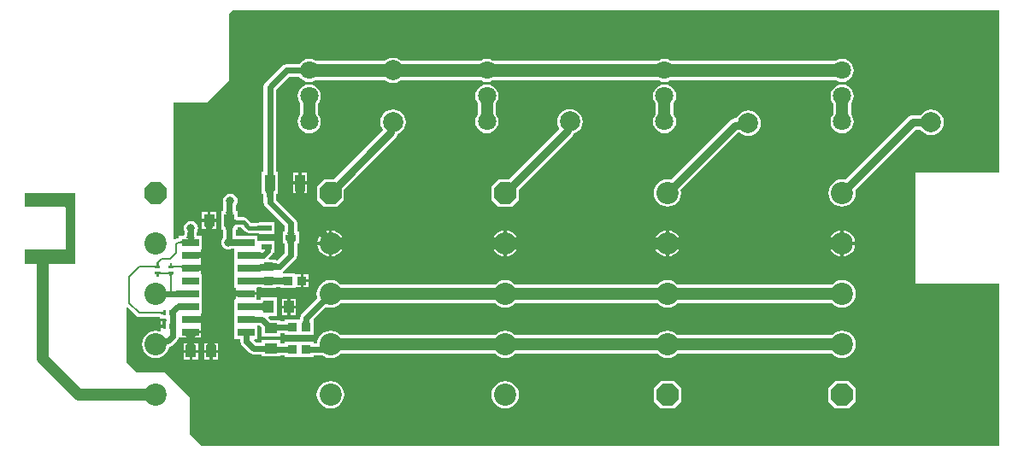
<source format=gbl>
G04*
G04 #@! TF.GenerationSoftware,Altium Limited,Altium Designer,20.2.7 (254)*
G04*
G04 Layer_Physical_Order=2*
G04 Layer_Color=16711680*
%FSLAX25Y25*%
%MOIN*%
G70*
G04*
G04 #@! TF.SameCoordinates,A70D1E75-91AA-4FD3-A19C-EF1787EBCA39*
G04*
G04*
G04 #@! TF.FilePolarity,Positive*
G04*
G01*
G75*
%ADD10C,0.00787*%
%ADD12C,0.01968*%
%ADD13R,0.03937X0.04921*%
%ADD15R,0.03937X0.06299*%
%ADD18R,0.03347X0.03347*%
%ADD19R,0.04921X0.03937*%
%ADD33C,0.03150*%
%ADD34C,0.02953*%
%ADD35C,0.02362*%
%ADD36C,0.01575*%
%ADD37C,0.04724*%
%ADD38C,0.07874*%
%ADD39P,0.09375X8X112.5*%
%ADD40C,0.08661*%
%ADD41C,0.07087*%
%ADD42C,0.03150*%
%ADD43R,0.03347X0.03347*%
%ADD44R,0.00984X0.01968*%
%ADD45R,0.01968X0.00984*%
%ADD46R,0.06575X0.02992*%
%ADD47R,0.03937X0.02362*%
%ADD48C,0.05118*%
G36*
X77768Y84557D02*
X77803Y84153D01*
X77862Y83797D01*
X77945Y83488D01*
X78051Y83227D01*
X78181Y83013D01*
X78335Y82847D01*
X78512Y82728D01*
X78713Y82657D01*
X78937Y82634D01*
X74213D01*
X74437Y82657D01*
X74638Y82728D01*
X74815Y82847D01*
X74968Y83013D01*
X75099Y83227D01*
X75205Y83488D01*
X75287Y83797D01*
X75346Y84153D01*
X75382Y84557D01*
X75394Y85008D01*
X77756D01*
X77768Y84557D01*
D02*
G37*
G36*
X75740Y80326D02*
X75634Y80410D01*
X75493Y80485D01*
X75317Y80551D01*
X75105Y80609D01*
X74859Y80657D01*
X74577Y80697D01*
X73908Y80750D01*
X73311Y80763D01*
Y80374D01*
X73303Y80449D01*
X73279Y80516D01*
X73239Y80575D01*
X73184Y80626D01*
X73112Y80669D01*
X73024Y80705D01*
X72920Y80732D01*
X72800Y80752D01*
X72664Y80764D01*
X72512Y80768D01*
Y81555D01*
X72664Y81559D01*
X72800Y81571D01*
X72920Y81590D01*
X73024Y81618D01*
X73112Y81653D01*
X73184Y81697D01*
X73239Y81748D01*
X73279Y81807D01*
X73303Y81874D01*
X73311Y81949D01*
Y81557D01*
X73521Y81559D01*
X74859Y81666D01*
X75105Y81714D01*
X75317Y81772D01*
X75493Y81838D01*
X75634Y81913D01*
X75740Y81997D01*
Y80326D01*
D02*
G37*
G36*
X392095Y108268D02*
X359449D01*
Y64961D01*
X392095D01*
Y1606D01*
X81072D01*
X76378Y6299D01*
Y20472D01*
X66535Y30315D01*
X55512D01*
X51575Y34252D01*
X51575Y55684D01*
X52075Y55891D01*
X55558Y52408D01*
X56078Y52060D01*
X56693Y51938D01*
X56693Y51938D01*
X64665D01*
Y51378D01*
X65730D01*
X65847Y51355D01*
X66831D01*
X67214Y51086D01*
X67222Y50697D01*
X66962Y50197D01*
X66929D01*
Y48425D01*
X66831D01*
Y47441D01*
X65847D01*
Y47835D01*
X65059D01*
Y46777D01*
X64665Y46399D01*
X64380Y46517D01*
X62992Y46699D01*
X61605Y46517D01*
X60312Y45981D01*
X59201Y45129D01*
X58350Y44019D01*
X57814Y42726D01*
X57631Y41339D01*
X57814Y39951D01*
X58350Y38658D01*
X59201Y37548D01*
X60312Y36696D01*
X61605Y36160D01*
X62992Y35978D01*
X64380Y36160D01*
X65672Y36696D01*
X66783Y37548D01*
X67635Y38658D01*
X68170Y39951D01*
X68207Y40228D01*
X68662Y40319D01*
X69444Y40841D01*
X71388Y42785D01*
X71910Y43567D01*
X72000Y44018D01*
X72500Y43969D01*
Y43878D01*
X75184D01*
X75099Y44087D01*
X74968Y44299D01*
X74815Y44465D01*
X74638Y44583D01*
X74437Y44654D01*
X74213Y44677D01*
X75984D01*
Y46161D01*
X76575D01*
Y46752D01*
X80650D01*
Y48378D01*
X80650Y48445D01*
Y48878D01*
X80650Y48945D01*
Y49900D01*
X80228Y49871D01*
X80063Y49832D01*
X79945Y49786D01*
X79874Y49735D01*
X79850Y49677D01*
Y50571D01*
X76575D01*
Y51752D01*
X79850D01*
Y52645D01*
X79874Y52588D01*
X79945Y52536D01*
X80063Y52491D01*
X80228Y52452D01*
X80441Y52418D01*
X80650Y52400D01*
X80650Y53228D01*
X81043Y53484D01*
X81043Y53702D01*
X81043Y53702D01*
Y58484D01*
Y63484D01*
Y68621D01*
X81043Y68621D01*
X81043Y68839D01*
X80650Y69095D01*
X80650Y69339D01*
Y70105D01*
X80559Y70097D01*
X80342Y70052D01*
X80165Y69997D01*
X80027Y69932D01*
X79929Y69857D01*
X79870Y69772D01*
X79850Y69677D01*
Y70571D01*
X76575D01*
Y71752D01*
X79850D01*
Y72645D01*
X79870Y72550D01*
X79929Y72465D01*
X80027Y72391D01*
X80165Y72326D01*
X80342Y72271D01*
X80559Y72226D01*
X80650Y72213D01*
Y73378D01*
X80650Y73445D01*
Y73878D01*
X80650Y73945D01*
Y75105D01*
X80559Y75097D01*
X80342Y75052D01*
X80165Y74997D01*
X80027Y74932D01*
X79929Y74857D01*
X79870Y74772D01*
X79850Y74677D01*
Y75571D01*
X76575D01*
Y76752D01*
X79850D01*
Y77645D01*
X79870Y77551D01*
X79929Y77465D01*
X80027Y77391D01*
X80165Y77326D01*
X80342Y77271D01*
X80559Y77226D01*
X80650Y77213D01*
X80650Y78228D01*
X81043Y78484D01*
X81043Y78702D01*
X81043Y78702D01*
Y83839D01*
X79102D01*
X79089Y83872D01*
X79041Y84052D01*
X78999Y84304D01*
X78983Y84480D01*
Y84969D01*
X79179Y85224D01*
X79457Y85895D01*
X79551Y86614D01*
X79457Y87334D01*
X79179Y88004D01*
X78737Y88580D01*
X78162Y89021D01*
X77491Y89299D01*
X76772Y89394D01*
X76052Y89299D01*
X75382Y89021D01*
X74806Y88580D01*
X74364Y88004D01*
X74087Y87334D01*
X73992Y86614D01*
X74087Y85895D01*
X74166Y85702D01*
Y84480D01*
X74151Y84304D01*
X74109Y84052D01*
X74061Y83872D01*
X74047Y83839D01*
X72106D01*
Y83060D01*
X71713Y82767D01*
X71098Y82645D01*
X70577Y82297D01*
X70577Y82297D01*
X70541Y82260D01*
X70079Y82452D01*
Y135827D01*
X83071D01*
X91732Y144488D01*
X91732Y170472D01*
X92883Y171623D01*
X392095D01*
Y108268D01*
D02*
G37*
G36*
X31496Y72835D02*
X11811D01*
Y78314D01*
X27559D01*
X27860Y78439D01*
X27985Y78740D01*
Y94488D01*
X27860Y94789D01*
X27559Y94914D01*
X11811D01*
Y100394D01*
X31496D01*
Y72835D01*
D02*
G37*
G36*
X69291Y72146D02*
X69882D01*
Y72115D01*
X69901Y72102D01*
X69941Y72090D01*
X69996Y72078D01*
X70067Y72069D01*
X70256Y72055D01*
X70657Y72047D01*
Y71260D01*
X70508Y71259D01*
X69996Y71229D01*
X69941Y71218D01*
X69901Y71205D01*
X69882Y71192D01*
Y71161D01*
X67913D01*
Y72146D01*
X68504D01*
Y73130D01*
X69291D01*
Y72146D01*
D02*
G37*
G36*
X64173Y72921D02*
X64177Y72769D01*
X64189Y72633D01*
X64209Y72513D01*
X64236Y72409D01*
X64272Y72321D01*
X64315Y72250D01*
X64366Y72194D01*
X64425Y72154D01*
X64447Y72146D01*
X64764D01*
Y71161D01*
X62795D01*
Y71192D01*
X62776Y71205D01*
X62736Y71218D01*
X62681Y71229D01*
X62610Y71238D01*
X62422Y71252D01*
X62020Y71260D01*
Y72047D01*
X62169Y72048D01*
X62681Y72078D01*
X62736Y72090D01*
X62776Y72102D01*
X62795Y72115D01*
Y72146D01*
X63112D01*
X63134Y72154D01*
X63193Y72194D01*
X63244Y72250D01*
X63287Y72321D01*
X63323Y72409D01*
X63350Y72513D01*
X63370Y72633D01*
X63382Y72769D01*
X63386Y72921D01*
Y73130D01*
X64173D01*
Y72921D01*
D02*
G37*
G36*
X73311Y70866D02*
X73303Y70941D01*
X73279Y71008D01*
X73239Y71067D01*
X73184Y71118D01*
X73112Y71161D01*
X73024Y71197D01*
X72920Y71224D01*
X72800Y71244D01*
X72664Y71256D01*
X72512Y71260D01*
Y72047D01*
X72664Y72051D01*
X72800Y72063D01*
X72920Y72083D01*
X73024Y72110D01*
X73112Y72146D01*
X73184Y72189D01*
X73239Y72240D01*
X73279Y72299D01*
X73303Y72366D01*
X73311Y72441D01*
Y70866D01*
D02*
G37*
G36*
X69882Y68602D02*
X69566D01*
X69543Y68594D01*
X69484Y68554D01*
X69433Y68498D01*
X69390Y68427D01*
X69354Y68339D01*
X69327Y68235D01*
X69307Y68115D01*
X69295Y67979D01*
X69291Y67827D01*
Y67618D01*
X68504D01*
Y67827D01*
X68500Y67979D01*
X68488Y68115D01*
X68468Y68235D01*
X68441Y68339D01*
X68405Y68427D01*
X68362Y68498D01*
X68311Y68554D01*
X68252Y68594D01*
X68230Y68602D01*
X67913D01*
Y68633D01*
X67894Y68646D01*
X67854Y68658D01*
X67799Y68670D01*
X67729Y68679D01*
X67540Y68693D01*
X67138Y68701D01*
Y69488D01*
X67288Y69489D01*
X67799Y69519D01*
X67854Y69530D01*
X67894Y69543D01*
X67913Y69556D01*
Y69587D01*
X69882D01*
Y68602D01*
D02*
G37*
G36*
X64764Y69556D02*
X64783Y69543D01*
X64823Y69530D01*
X64878Y69519D01*
X64949Y69510D01*
X65138Y69496D01*
X65539Y69488D01*
Y68701D01*
X65390Y68700D01*
X64878Y68670D01*
X64823Y68658D01*
X64783Y68646D01*
X64764Y68633D01*
Y68602D01*
X64173D01*
Y67618D01*
X63386D01*
Y68602D01*
X62795D01*
Y69587D01*
X64764D01*
Y69556D01*
D02*
G37*
G36*
X73299Y59677D02*
X73276Y59709D01*
X73205Y59737D01*
X73087Y59762D01*
X72922Y59783D01*
X72449Y59816D01*
X70937Y59842D01*
Y62205D01*
X71386Y62209D01*
X72709Y62315D01*
X72922Y62363D01*
X73087Y62421D01*
X73205Y62487D01*
X73276Y62562D01*
X73299Y62646D01*
Y59677D01*
D02*
G37*
G36*
Y54677D02*
X73282Y54734D01*
X73228Y54785D01*
X73138Y54829D01*
X73013Y54868D01*
X72852Y54900D01*
X72655Y54927D01*
X72154Y54963D01*
X71510Y54975D01*
Y57337D01*
X71850Y57340D01*
X72852Y57414D01*
X73013Y57448D01*
X73138Y57488D01*
X73228Y57534D01*
X73282Y57587D01*
X73299Y57645D01*
Y54677D01*
D02*
G37*
G36*
X69390Y53937D02*
X70374D01*
Y53150D01*
X69390D01*
Y52559D01*
X68405D01*
Y54528D01*
X69390D01*
Y53937D01*
D02*
G37*
G36*
X66831Y52559D02*
X65847D01*
Y52875D01*
X65838Y52898D01*
X65798Y52957D01*
X65743Y53008D01*
X65671Y53051D01*
X65583Y53087D01*
X65479Y53114D01*
X65359Y53134D01*
X65223Y53146D01*
X65071Y53150D01*
X64862D01*
Y53937D01*
X65071D01*
X65223Y53941D01*
X65359Y53953D01*
X65479Y53972D01*
X65583Y54000D01*
X65671Y54035D01*
X65743Y54079D01*
X65798Y54130D01*
X65838Y54189D01*
X65847Y54211D01*
Y54528D01*
X66831D01*
Y52559D01*
D02*
G37*
G36*
X69390Y48819D02*
X70374D01*
Y48031D01*
X69390D01*
Y47441D01*
X68405D01*
Y49409D01*
X69390D01*
Y48819D01*
D02*
G37*
%LPC*%
G36*
X155561Y153153D02*
X154276Y152984D01*
X153079Y152488D01*
X152393Y151961D01*
X125405D01*
X125167Y152144D01*
X124066Y152600D01*
X122884Y152756D01*
X121702Y152600D01*
X120600Y152144D01*
X119655Y151418D01*
X119025Y150598D01*
X113937D01*
X113015Y150414D01*
X112234Y149892D01*
X105777Y143435D01*
X105255Y142654D01*
X105072Y141732D01*
Y108661D01*
X104331D01*
Y101249D01*
X104320Y101193D01*
X104331Y101137D01*
Y100000D01*
X105013D01*
X105034Y99881D01*
X105072Y99418D01*
Y96850D01*
X105255Y95929D01*
X105777Y95147D01*
X113340Y87585D01*
Y85990D01*
X113334Y85839D01*
X113304Y85568D01*
X113280Y85433D01*
X112598D01*
Y84296D01*
X112587Y84240D01*
X112598Y84184D01*
Y81958D01*
X112587Y81902D01*
X112598Y81846D01*
Y80709D01*
X113280D01*
X113302Y80590D01*
X113340Y80127D01*
Y76982D01*
X110440Y74082D01*
X109941Y74113D01*
Y74508D01*
X108804D01*
X108748Y74519D01*
X108692Y74508D01*
X107321D01*
X107130Y74970D01*
X108209Y76048D01*
X108731Y76830D01*
X108758Y76968D01*
X109449D01*
Y81693D01*
X106627D01*
X106505Y81717D01*
X106384Y81693D01*
X103150D01*
Y81693D01*
X102697Y81807D01*
Y83839D01*
X95009D01*
X94953Y83850D01*
X94916Y83842D01*
X94879Y83847D01*
X94845Y83839D01*
X94141D01*
Y85565D01*
X94146Y85716D01*
X94176Y85987D01*
X94200Y86122D01*
X94882D01*
Y86965D01*
X94932Y86969D01*
X96413D01*
X97990Y85392D01*
X98641Y84957D01*
X99410Y84804D01*
X103150D01*
Y84449D01*
X104287D01*
X104343Y84438D01*
X104399Y84449D01*
X109449D01*
Y89173D01*
X104399D01*
X104343Y89184D01*
X104287Y89173D01*
X103150D01*
Y88818D01*
X100241D01*
X98663Y90396D01*
X98012Y90831D01*
X97244Y90983D01*
X94932D01*
X94882Y90988D01*
Y92156D01*
X94893Y92212D01*
X94882Y92268D01*
Y93405D01*
X94200D01*
X94179Y93524D01*
X94141Y93988D01*
Y95343D01*
X94533Y95854D01*
X94811Y96525D01*
X94906Y97244D01*
X94811Y97964D01*
X94533Y98634D01*
X94091Y99210D01*
X93516Y99651D01*
X92845Y99929D01*
X92126Y100024D01*
X91407Y99929D01*
X90736Y99651D01*
X90161Y99210D01*
X89719Y98634D01*
X89441Y97964D01*
X89346Y97244D01*
X89385Y96947D01*
X89324Y96637D01*
Y93962D01*
X89318Y93812D01*
X89289Y93540D01*
X89265Y93405D01*
X88583D01*
Y92268D01*
X88572Y92212D01*
X88583Y92156D01*
Y87371D01*
X88572Y87315D01*
X88583Y87259D01*
Y86122D01*
X89265D01*
X89286Y86003D01*
X89324Y85540D01*
Y83004D01*
X88931Y82492D01*
X88654Y81822D01*
X88559Y81102D01*
X88654Y80383D01*
X88931Y79712D01*
X89373Y79137D01*
X89949Y78695D01*
X90619Y78417D01*
X91339Y78323D01*
X92058Y78417D01*
X92725Y78694D01*
X93760D01*
Y73484D01*
Y68484D01*
Y63701D01*
X93760Y63701D01*
X93760Y63484D01*
X94154Y63228D01*
X94154Y62984D01*
Y62218D01*
X94244Y62226D01*
X94461Y62271D01*
X94638Y62326D01*
X94776Y62391D01*
X94874Y62466D01*
X94933Y62550D01*
X94953Y62646D01*
Y61752D01*
X98228D01*
X102303D01*
X102303Y63228D01*
X102697Y63484D01*
X102697Y63682D01*
X103176Y63753D01*
X103823D01*
X104168Y63735D01*
X104232Y63727D01*
Y63287D01*
X105369D01*
X105425Y63276D01*
X105481Y63287D01*
X108692D01*
X108748Y63276D01*
X108804Y63287D01*
X109941D01*
Y63700D01*
X110431Y63733D01*
X111323D01*
X111652Y63717D01*
X111713Y63710D01*
Y63287D01*
X112850D01*
X112906Y63276D01*
X112962Y63287D01*
X117421Y63287D01*
X117678Y63681D01*
X117921Y63681D01*
X119488D01*
Y66142D01*
Y68602D01*
X117678Y68602D01*
X117421Y68996D01*
X117361Y68996D01*
X112962D01*
X112906Y69007D01*
X112759Y69108D01*
X112763Y69712D01*
X113120Y69950D01*
X117451Y74281D01*
X117973Y75063D01*
X118157Y75984D01*
Y80152D01*
X118162Y80302D01*
X118192Y80574D01*
X118216Y80709D01*
X118898D01*
Y81846D01*
X118909Y81902D01*
X118898Y81958D01*
Y84184D01*
X118909Y84240D01*
X118898Y84296D01*
Y85433D01*
X118216D01*
X118195Y85552D01*
X118157Y86015D01*
Y88583D01*
X117973Y89504D01*
X117451Y90286D01*
X109889Y97848D01*
Y99443D01*
X109894Y99594D01*
X109924Y99865D01*
X109948Y100000D01*
X110630D01*
Y101137D01*
X110641Y101193D01*
X110630Y101249D01*
Y108661D01*
X109889D01*
Y140735D01*
X114935Y145781D01*
X119025D01*
X119655Y144960D01*
X120600Y144234D01*
X121702Y143778D01*
X122884Y143622D01*
X124066Y143778D01*
X125167Y144234D01*
X125405Y144417D01*
X152393D01*
X153079Y143890D01*
X154276Y143394D01*
X155561Y143225D01*
X156846Y143394D01*
X158043Y143890D01*
X158729Y144417D01*
X189638D01*
X189875Y144234D01*
X190977Y143778D01*
X192159Y143622D01*
X193341Y143778D01*
X194442Y144234D01*
X194680Y144417D01*
X258913D01*
X259150Y144234D01*
X260252Y143778D01*
X261434Y143622D01*
X262616Y143778D01*
X263717Y144234D01*
X263955Y144417D01*
X328188D01*
X328425Y144234D01*
X329527Y143778D01*
X330709Y143622D01*
X331891Y143778D01*
X332992Y144234D01*
X333938Y144960D01*
X334664Y145906D01*
X335120Y147007D01*
X335275Y148189D01*
X335120Y149371D01*
X334664Y150472D01*
X333938Y151418D01*
X332992Y152144D01*
X331891Y152600D01*
X330709Y152756D01*
X329527Y152600D01*
X328425Y152144D01*
X328188Y151961D01*
X263955D01*
X263717Y152144D01*
X262616Y152600D01*
X261434Y152756D01*
X260252Y152600D01*
X259150Y152144D01*
X258913Y151961D01*
X194680D01*
X194442Y152144D01*
X193341Y152600D01*
X192159Y152756D01*
X190977Y152600D01*
X189875Y152144D01*
X189638Y151961D01*
X158729D01*
X158043Y152488D01*
X156846Y152984D01*
X155561Y153153D01*
D02*
G37*
G36*
X330709Y142756D02*
X329527Y142600D01*
X328425Y142144D01*
X327480Y141418D01*
X326754Y140472D01*
X326298Y139371D01*
X326142Y138189D01*
X326298Y137007D01*
X326754Y135906D01*
X327135Y135409D01*
Y130969D01*
X326754Y130472D01*
X326298Y129371D01*
X326142Y128189D01*
X326298Y127007D01*
X326754Y125906D01*
X327480Y124960D01*
X328425Y124234D01*
X329527Y123778D01*
X330709Y123622D01*
X331891Y123778D01*
X332992Y124234D01*
X333938Y124960D01*
X334664Y125906D01*
X335120Y127007D01*
X335275Y128189D01*
X335120Y129371D01*
X334664Y130472D01*
X334282Y130969D01*
Y135409D01*
X334664Y135906D01*
X335120Y137007D01*
X335275Y138189D01*
X335120Y139371D01*
X334664Y140472D01*
X333938Y141418D01*
X332992Y142144D01*
X331891Y142600D01*
X330709Y142756D01*
D02*
G37*
G36*
X261434D02*
X260252Y142600D01*
X259150Y142144D01*
X258205Y141418D01*
X257479Y140472D01*
X257023Y139371D01*
X256867Y138189D01*
X257023Y137007D01*
X257479Y135906D01*
X257860Y135409D01*
Y130969D01*
X257479Y130472D01*
X257023Y129371D01*
X256867Y128189D01*
X257023Y127007D01*
X257479Y125906D01*
X258205Y124960D01*
X259150Y124234D01*
X260252Y123778D01*
X261434Y123622D01*
X262616Y123778D01*
X263717Y124234D01*
X264663Y124960D01*
X265388Y125906D01*
X265845Y127007D01*
X266000Y128189D01*
X265845Y129371D01*
X265388Y130472D01*
X265008Y130969D01*
Y135409D01*
X265388Y135906D01*
X265845Y137007D01*
X266000Y138189D01*
X265845Y139371D01*
X265388Y140472D01*
X264663Y141418D01*
X263717Y142144D01*
X262616Y142600D01*
X261434Y142756D01*
D02*
G37*
G36*
X192159D02*
X190977Y142600D01*
X189875Y142144D01*
X188930Y141418D01*
X188204Y140472D01*
X187748Y139371D01*
X187592Y138189D01*
X187748Y137007D01*
X188204Y135906D01*
X188585Y135409D01*
Y130969D01*
X188204Y130472D01*
X187748Y129371D01*
X187592Y128189D01*
X187748Y127007D01*
X188204Y125906D01*
X188930Y124960D01*
X189875Y124234D01*
X190977Y123778D01*
X192159Y123622D01*
X193341Y123778D01*
X194442Y124234D01*
X195388Y124960D01*
X196114Y125906D01*
X196570Y127007D01*
X196725Y128189D01*
X196570Y129371D01*
X196114Y130472D01*
X195733Y130969D01*
Y135409D01*
X196114Y135906D01*
X196570Y137007D01*
X196725Y138189D01*
X196570Y139371D01*
X196114Y140472D01*
X195388Y141418D01*
X194442Y142144D01*
X193341Y142600D01*
X192159Y142756D01*
D02*
G37*
G36*
X122884D02*
X121702Y142600D01*
X120600Y142144D01*
X119655Y141418D01*
X118929Y140472D01*
X118473Y139371D01*
X118317Y138189D01*
X118473Y137007D01*
X118929Y135906D01*
X119310Y135409D01*
Y130969D01*
X118929Y130472D01*
X118473Y129371D01*
X118317Y128189D01*
X118473Y127007D01*
X118929Y125906D01*
X119655Y124960D01*
X120600Y124234D01*
X121702Y123778D01*
X122884Y123622D01*
X124066Y123778D01*
X125167Y124234D01*
X126113Y124960D01*
X126839Y125906D01*
X127295Y127007D01*
X127451Y128189D01*
X127295Y129371D01*
X126839Y130472D01*
X126458Y130969D01*
Y135409D01*
X126839Y135906D01*
X127295Y137007D01*
X127451Y138189D01*
X127295Y139371D01*
X126839Y140472D01*
X126113Y141418D01*
X125167Y142144D01*
X124066Y142600D01*
X122884Y142756D01*
D02*
G37*
G36*
X365354Y132916D02*
X364070Y132747D01*
X362873Y132252D01*
X361844Y131463D01*
X361284Y130732D01*
X358268D01*
X357548Y130638D01*
X356878Y130360D01*
X356302Y129918D01*
X331972Y105588D01*
X330709Y105754D01*
X329321Y105572D01*
X328028Y105036D01*
X326918Y104184D01*
X326066Y103074D01*
X325531Y101781D01*
X325348Y100394D01*
X325531Y99006D01*
X326066Y97713D01*
X326918Y96603D01*
X328028Y95751D01*
X329321Y95216D01*
X330709Y95033D01*
X332096Y95216D01*
X333389Y95751D01*
X334499Y96603D01*
X335351Y97713D01*
X335887Y99006D01*
X336069Y100394D01*
X335903Y101657D01*
X359419Y125173D01*
X361284D01*
X361844Y124443D01*
X362873Y123654D01*
X364070Y123158D01*
X365354Y122989D01*
X366639Y123158D01*
X367836Y123654D01*
X368864Y124443D01*
X369653Y125471D01*
X370149Y126668D01*
X370318Y127953D01*
X370149Y129237D01*
X369653Y130435D01*
X368864Y131463D01*
X367836Y132252D01*
X366639Y132747D01*
X365354Y132916D01*
D02*
G37*
G36*
X294094Y132523D02*
X292810Y132354D01*
X291613Y131858D01*
X290585Y131069D01*
X289796Y130041D01*
X289594Y129554D01*
X288930D01*
X288210Y129459D01*
X287540Y129181D01*
X286964Y128740D01*
X263813Y105588D01*
X262549Y105754D01*
X261162Y105572D01*
X259869Y105036D01*
X258758Y104184D01*
X257907Y103074D01*
X257371Y101781D01*
X257188Y100394D01*
X257371Y99006D01*
X257907Y97713D01*
X258758Y96603D01*
X259869Y95751D01*
X261162Y95216D01*
X262549Y95033D01*
X263937Y95216D01*
X265230Y95751D01*
X266340Y96603D01*
X267192Y97713D01*
X267727Y99006D01*
X267910Y100394D01*
X267744Y101657D01*
X290081Y123994D01*
X290656D01*
X291613Y123260D01*
X292810Y122765D01*
X294094Y122595D01*
X295379Y122765D01*
X296576Y123260D01*
X297604Y124049D01*
X298393Y125077D01*
X298889Y126274D01*
X299058Y127559D01*
X298889Y128844D01*
X298393Y130041D01*
X297604Y131069D01*
X296576Y131858D01*
X295379Y132354D01*
X294094Y132523D01*
D02*
G37*
G36*
X122047Y108268D02*
X119882D01*
Y104921D01*
X122047D01*
Y108268D01*
D02*
G37*
G36*
X118701D02*
X116535D01*
Y104921D01*
X118701D01*
Y108268D01*
D02*
G37*
G36*
X122047Y103740D02*
X119882D01*
Y101193D01*
X121248D01*
X121157Y101164D01*
X121075Y101075D01*
X121003Y100927D01*
X120941Y100721D01*
X120888Y100455D01*
X120880Y100394D01*
X122047D01*
Y103740D01*
D02*
G37*
G36*
X118701D02*
X116535D01*
Y100394D01*
X117699D01*
X117695Y100455D01*
X117642Y100721D01*
X117580Y100927D01*
X117508Y101075D01*
X117426Y101164D01*
X117335Y101193D01*
X118701D01*
Y103740D01*
D02*
G37*
G36*
X224508Y133153D02*
X223223Y132984D01*
X222026Y132488D01*
X220998Y131699D01*
X220209Y130671D01*
X219713Y129474D01*
X219544Y128189D01*
X219713Y126904D01*
X220209Y125707D01*
X220419Y125433D01*
X200695Y105709D01*
X196653D01*
X193996Y103051D01*
Y97736D01*
X196653Y95079D01*
X201969D01*
X204626Y97736D01*
Y101778D01*
X225569Y122721D01*
X226011Y123297D01*
X226105Y123524D01*
X226990Y123890D01*
X228018Y124679D01*
X228807Y125707D01*
X229303Y126904D01*
X229472Y128189D01*
X229303Y129474D01*
X228807Y130671D01*
X228018Y131699D01*
X226990Y132488D01*
X225793Y132984D01*
X224508Y133153D01*
D02*
G37*
G36*
X155561Y132995D02*
X154276Y132826D01*
X153079Y132330D01*
X152051Y131541D01*
X151262Y130513D01*
X150766Y129316D01*
X150597Y128032D01*
X150766Y126747D01*
X151262Y125550D01*
X151746Y124919D01*
X132536Y105709D01*
X128494D01*
X125837Y103051D01*
Y97736D01*
X128494Y95079D01*
X133809D01*
X136467Y97736D01*
Y101778D01*
X156623Y121934D01*
X157064Y122509D01*
X157342Y123180D01*
X157379Y123458D01*
X158043Y123733D01*
X159071Y124522D01*
X159860Y125550D01*
X160356Y126747D01*
X160525Y128032D01*
X160356Y129316D01*
X159860Y130513D01*
X159071Y131541D01*
X158043Y132330D01*
X156846Y132826D01*
X155561Y132995D01*
D02*
G37*
G36*
X86614Y93012D02*
X84449D01*
Y90354D01*
X86614D01*
Y93012D01*
D02*
G37*
G36*
X83268D02*
X81102D01*
Y90354D01*
X83268D01*
Y93012D01*
D02*
G37*
G36*
X86614Y89173D02*
X84449D01*
Y87315D01*
X85815D01*
X85630Y87296D01*
X85465Y87236D01*
X85319Y87138D01*
X85193Y87000D01*
X85086Y86823D01*
X84998Y86607D01*
X84974Y86516D01*
X86614D01*
Y89173D01*
D02*
G37*
G36*
X83268D02*
X81102D01*
Y86516D01*
X82743D01*
X82718Y86607D01*
X82631Y86823D01*
X82524Y87000D01*
X82398Y87138D01*
X82252Y87236D01*
X82086Y87296D01*
X81902Y87315D01*
X83268D01*
Y89173D01*
D02*
G37*
G36*
X331299Y85793D02*
Y81299D01*
X335793D01*
X335695Y82045D01*
X335179Y83290D01*
X334359Y84359D01*
X333290Y85179D01*
X332045Y85695D01*
X331299Y85793D01*
D02*
G37*
G36*
X330118D02*
X329373Y85695D01*
X328128Y85179D01*
X327058Y84359D01*
X326238Y83290D01*
X325722Y82045D01*
X325624Y81299D01*
X330118D01*
Y85793D01*
D02*
G37*
G36*
X263140D02*
Y81299D01*
X267634D01*
X267536Y82045D01*
X267020Y83290D01*
X266199Y84359D01*
X265130Y85179D01*
X263885Y85695D01*
X263140Y85793D01*
D02*
G37*
G36*
X131742D02*
Y81299D01*
X136236D01*
X136138Y82045D01*
X135622Y83290D01*
X134802Y84359D01*
X133733Y85179D01*
X132488Y85695D01*
X131742Y85793D01*
D02*
G37*
G36*
X130561D02*
X129815Y85695D01*
X128570Y85179D01*
X127501Y84359D01*
X126681Y83290D01*
X126165Y82045D01*
X126067Y81299D01*
X130561D01*
Y85793D01*
D02*
G37*
G36*
X261959D02*
X261213Y85695D01*
X259968Y85179D01*
X258899Y84359D01*
X258079Y83290D01*
X257563Y82045D01*
X257465Y81299D01*
X261959D01*
Y85793D01*
D02*
G37*
G36*
X199901Y85793D02*
Y81299D01*
X204396D01*
X204297Y82045D01*
X203782Y83290D01*
X202961Y84359D01*
X201892Y85179D01*
X200647Y85695D01*
X199901Y85793D01*
D02*
G37*
G36*
X198720Y85793D02*
X197975Y85695D01*
X196730Y85179D01*
X195661Y84359D01*
X194840Y83290D01*
X194325Y82045D01*
X194227Y81299D01*
X198720D01*
Y85793D01*
D02*
G37*
G36*
Y80118D02*
X194227D01*
X194325Y79373D01*
X194840Y78127D01*
X195661Y77058D01*
X196730Y76238D01*
X197975Y75722D01*
X198720Y75624D01*
Y80118D01*
D02*
G37*
G36*
X267634Y80118D02*
X263140D01*
Y75624D01*
X263885Y75722D01*
X265130Y76238D01*
X266199Y77058D01*
X267020Y78127D01*
X267536Y79373D01*
X267634Y80118D01*
D02*
G37*
G36*
X130561D02*
X126067D01*
X126165Y79373D01*
X126681Y78127D01*
X127501Y77058D01*
X128570Y76238D01*
X129815Y75722D01*
X130561Y75624D01*
Y80118D01*
D02*
G37*
G36*
X335793Y80118D02*
X331299D01*
Y75624D01*
X332045Y75722D01*
X333290Y76238D01*
X334359Y77058D01*
X335179Y78127D01*
X335695Y79373D01*
X335793Y80118D01*
D02*
G37*
G36*
X330118D02*
X325624D01*
X325722Y79373D01*
X326238Y78127D01*
X327058Y77058D01*
X328128Y76238D01*
X329373Y75722D01*
X330118Y75624D01*
Y80118D01*
D02*
G37*
G36*
X136236Y80118D02*
X131742D01*
Y75624D01*
X132488Y75722D01*
X133733Y76238D01*
X134802Y77058D01*
X135622Y78127D01*
X136138Y79373D01*
X136236Y80118D01*
D02*
G37*
G36*
X261959D02*
X257465D01*
X257563Y79373D01*
X258079Y78127D01*
X258899Y77058D01*
X259968Y76238D01*
X261213Y75722D01*
X261959Y75624D01*
Y80118D01*
D02*
G37*
G36*
X204396Y80118D02*
X199901D01*
Y75624D01*
X200647Y75722D01*
X201892Y76238D01*
X202961Y77058D01*
X203782Y78127D01*
X204297Y79373D01*
X204396Y80118D01*
D02*
G37*
G36*
X120669Y68602D02*
Y66732D01*
X122539D01*
Y68602D01*
X120669D01*
D02*
G37*
G36*
X330709Y66385D02*
X329321Y66202D01*
X328028Y65666D01*
X326918Y64814D01*
X326752Y64597D01*
X266506D01*
X266340Y64814D01*
X265230Y65666D01*
X263937Y66202D01*
X262549Y66385D01*
X261162Y66202D01*
X259869Y65666D01*
X258758Y64814D01*
X258592Y64597D01*
X203268D01*
X203102Y64814D01*
X201991Y65666D01*
X200698Y66202D01*
X199311Y66385D01*
X197924Y66202D01*
X196631Y65666D01*
X195520Y64814D01*
X195354Y64597D01*
X135109D01*
X134942Y64814D01*
X133832Y65666D01*
X132539Y66202D01*
X131152Y66385D01*
X129764Y66202D01*
X128471Y65666D01*
X127361Y64814D01*
X126509Y63704D01*
X125973Y62411D01*
X125791Y61024D01*
X125973Y59636D01*
X126086Y59364D01*
X120020Y53298D01*
X119498Y52517D01*
X119315Y51595D01*
Y50956D01*
X119308Y50886D01*
X113287D01*
Y50440D01*
X111516D01*
Y50787D01*
X108131D01*
X107116Y51802D01*
X107307Y52264D01*
X110236D01*
Y59547D01*
X105283D01*
X105277Y59549D01*
X105248Y59547D01*
X105186D01*
X105130Y59558D01*
X105074Y59547D01*
X103937D01*
Y58661D01*
X103752Y58618D01*
X103488Y58581D01*
X103344Y58570D01*
X103176D01*
X102697Y58839D01*
X102303Y59095D01*
X102303Y59339D01*
Y60571D01*
X98228D01*
X94953D01*
Y59677D01*
X94933Y59772D01*
X94874Y59857D01*
X94776Y59932D01*
X94638Y59997D01*
X94461Y60052D01*
X94244Y60097D01*
X94154Y60110D01*
X94154Y59095D01*
X93760Y58839D01*
X93760Y58621D01*
X93760Y58621D01*
Y53484D01*
Y48484D01*
Y43484D01*
X96031D01*
Y42506D01*
X96214Y41584D01*
X96736Y40803D01*
X99478Y38061D01*
X100259Y37539D01*
X101181Y37355D01*
X104232D01*
Y36614D01*
X111516D01*
Y36962D01*
X113287D01*
Y36516D01*
X124508D01*
Y36962D01*
X127479D01*
X127992Y37064D01*
X128471Y36696D01*
X129764Y36160D01*
X131152Y35978D01*
X132539Y36160D01*
X133832Y36696D01*
X134942Y37548D01*
X135109Y37765D01*
X195354D01*
X195520Y37548D01*
X196631Y36696D01*
X197924Y36160D01*
X199311Y35978D01*
X200698Y36160D01*
X201991Y36696D01*
X203102Y37548D01*
X203268Y37765D01*
X258592D01*
X258758Y37548D01*
X259869Y36696D01*
X261162Y36160D01*
X262549Y35978D01*
X263937Y36160D01*
X265230Y36696D01*
X266340Y37548D01*
X266506Y37765D01*
X326752D01*
X326918Y37548D01*
X328028Y36696D01*
X329321Y36160D01*
X330709Y35978D01*
X332096Y36160D01*
X333389Y36696D01*
X334499Y37548D01*
X335351Y38658D01*
X335887Y39951D01*
X336069Y41339D01*
X335887Y42726D01*
X335351Y44019D01*
X334499Y45129D01*
X333389Y45981D01*
X332096Y46517D01*
X330709Y46699D01*
X329321Y46517D01*
X328028Y45981D01*
X326918Y45129D01*
X326752Y44912D01*
X266506D01*
X266340Y45129D01*
X265230Y45981D01*
X263937Y46517D01*
X262549Y46699D01*
X261162Y46517D01*
X259869Y45981D01*
X258758Y45129D01*
X258592Y44912D01*
X203268D01*
X203102Y45129D01*
X201991Y45981D01*
X200698Y46517D01*
X199311Y46699D01*
X197924Y46517D01*
X196631Y45981D01*
X195520Y45129D01*
X195354Y44912D01*
X135109D01*
X134942Y45129D01*
X133832Y45981D01*
X132539Y46517D01*
X131152Y46699D01*
X129764Y46517D01*
X128471Y45981D01*
X127361Y45129D01*
X126509Y44019D01*
X125973Y42726D01*
X125849Y41779D01*
X124508D01*
Y42224D01*
X113287D01*
Y41779D01*
X111516D01*
Y42913D01*
X104232D01*
Y42172D01*
X102179D01*
X101329Y43022D01*
X101520Y43484D01*
X102697D01*
Y48688D01*
X103417D01*
X104232Y47873D01*
Y44488D01*
X111516D01*
Y45623D01*
X113287D01*
Y45177D01*
X124508D01*
Y49637D01*
X124519Y49693D01*
X124508Y49749D01*
Y50886D01*
X124508Y50886D01*
X124508D01*
X124789Y51255D01*
X129492Y55958D01*
X129764Y55845D01*
X131152Y55663D01*
X132539Y55845D01*
X133832Y56381D01*
X134942Y57233D01*
X135109Y57450D01*
X195354D01*
X195520Y57233D01*
X196631Y56381D01*
X197924Y55845D01*
X199311Y55663D01*
X200698Y55845D01*
X201991Y56381D01*
X203102Y57233D01*
X203268Y57450D01*
X258592D01*
X258758Y57233D01*
X259869Y56381D01*
X261162Y55845D01*
X262549Y55663D01*
X263937Y55845D01*
X265230Y56381D01*
X266340Y57233D01*
X266506Y57450D01*
X326752D01*
X326918Y57233D01*
X328028Y56381D01*
X329321Y55845D01*
X330709Y55663D01*
X332096Y55845D01*
X333389Y56381D01*
X334499Y57233D01*
X335351Y58343D01*
X335887Y59636D01*
X336069Y61024D01*
X335887Y62411D01*
X335351Y63704D01*
X334499Y64814D01*
X333389Y65666D01*
X332096Y66202D01*
X330709Y66385D01*
D02*
G37*
G36*
X122539Y65551D02*
X120669D01*
Y63681D01*
X122539D01*
Y65551D01*
D02*
G37*
G36*
X117717Y59153D02*
X115551D01*
Y56496D01*
X117717D01*
Y59153D01*
D02*
G37*
G36*
X114370D02*
X112205D01*
Y56496D01*
X114370D01*
Y59153D01*
D02*
G37*
G36*
X117717Y55315D02*
X115551D01*
Y52658D01*
X117717D01*
Y55315D01*
D02*
G37*
G36*
X114370D02*
X112205D01*
Y52658D01*
X114370D01*
Y55315D01*
D02*
G37*
G36*
X65748Y50197D02*
X65059D01*
Y49016D01*
X65748D01*
Y50197D01*
D02*
G37*
G36*
X80650Y45571D02*
X77165D01*
Y44677D01*
X78937D01*
X78713Y44654D01*
X78512Y44583D01*
X78335Y44465D01*
X78181Y44299D01*
X78051Y44087D01*
X77966Y43878D01*
X80650D01*
Y45571D01*
D02*
G37*
G36*
X87402Y41831D02*
X85965D01*
X86021Y41622D01*
X86106Y41409D01*
X86207Y41244D01*
X86323Y41126D01*
X86455Y41055D01*
X86602Y41031D01*
X85236D01*
Y39173D01*
X87402D01*
Y41831D01*
D02*
G37*
G36*
X83327D02*
X81890D01*
Y39173D01*
X84055D01*
Y41031D01*
X82689D01*
X82837Y41055D01*
X82968Y41126D01*
X83085Y41244D01*
X83185Y41409D01*
X83271Y41622D01*
X83327Y41831D01*
D02*
G37*
G36*
X79527D02*
X77929D01*
X77999Y41622D01*
X78106Y41409D01*
X78232Y41244D01*
X78378Y41126D01*
X78543Y41055D01*
X78728Y41031D01*
X77362D01*
Y39173D01*
X79527D01*
Y41831D01*
D02*
G37*
G36*
X75291D02*
X74016D01*
Y39173D01*
X76181D01*
Y41031D01*
X74815D01*
X74925Y41055D01*
X75023Y41126D01*
X75110Y41244D01*
X75185Y41409D01*
X75249Y41622D01*
X75291Y41831D01*
D02*
G37*
G36*
X87402Y37992D02*
X85236D01*
Y35335D01*
X87402D01*
Y37992D01*
D02*
G37*
G36*
X84055D02*
X81890D01*
Y35335D01*
X84055D01*
Y37992D01*
D02*
G37*
G36*
X79527Y37992D02*
X77362D01*
Y35335D01*
X79527D01*
Y37992D01*
D02*
G37*
G36*
X76181D02*
X74016D01*
Y35335D01*
X76181D01*
Y37992D01*
D02*
G37*
G36*
X333366Y26969D02*
X328051D01*
X325394Y24311D01*
Y18996D01*
X328051Y16339D01*
X333366D01*
X336024Y18996D01*
Y24311D01*
X333366Y26969D01*
D02*
G37*
G36*
X265207D02*
X259892D01*
X257234Y24311D01*
Y18996D01*
X259892Y16339D01*
X265207D01*
X267864Y18996D01*
Y24311D01*
X265207Y26969D01*
D02*
G37*
G36*
X199311Y27014D02*
X197924Y26832D01*
X196631Y26296D01*
X195520Y25444D01*
X194668Y24334D01*
X194133Y23041D01*
X193950Y21654D01*
X194133Y20266D01*
X194668Y18973D01*
X195520Y17863D01*
X196631Y17011D01*
X197924Y16475D01*
X199311Y16293D01*
X200698Y16475D01*
X201991Y17011D01*
X203102Y17863D01*
X203954Y18973D01*
X204489Y20266D01*
X204672Y21654D01*
X204489Y23041D01*
X203954Y24334D01*
X203102Y25444D01*
X201991Y26296D01*
X200698Y26832D01*
X199311Y27014D01*
D02*
G37*
G36*
X131152D02*
X129764Y26832D01*
X128471Y26296D01*
X127361Y25444D01*
X126509Y24334D01*
X125973Y23041D01*
X125791Y21654D01*
X125973Y20266D01*
X126509Y18973D01*
X127361Y17863D01*
X128471Y17011D01*
X129764Y16475D01*
X131152Y16293D01*
X132539Y16475D01*
X133832Y17011D01*
X134942Y17863D01*
X135794Y18973D01*
X136330Y20266D01*
X136512Y21654D01*
X136330Y23041D01*
X135794Y24334D01*
X134942Y25444D01*
X133832Y26296D01*
X132539Y26832D01*
X131152Y27014D01*
D02*
G37*
%LPD*%
G36*
X109290Y101170D02*
X109158Y101099D01*
X109041Y100980D01*
X108941Y100815D01*
X108855Y100603D01*
X108785Y100343D01*
X108731Y100036D01*
X108692Y99681D01*
X108661Y98831D01*
X106299D01*
X106291Y99280D01*
X106229Y100036D01*
X106175Y100343D01*
X106105Y100603D01*
X106020Y100815D01*
X105919Y100980D01*
X105803Y101099D01*
X105671Y101170D01*
X105524Y101193D01*
X109437D01*
X109290Y101170D01*
D02*
G37*
G36*
X92921Y94126D02*
X92983Y93370D01*
X93037Y93063D01*
X93107Y92803D01*
X93192Y92590D01*
X93293Y92425D01*
X93410Y92307D01*
X93542Y92236D01*
X93689Y92212D01*
X89776D01*
X89923Y92236D01*
X90055Y92307D01*
X90171Y92425D01*
X90272Y92590D01*
X90357Y92803D01*
X90427Y93063D01*
X90481Y93370D01*
X90520Y93724D01*
X90551Y94575D01*
X92913D01*
X92921Y94126D01*
D02*
G37*
G36*
X93704Y90402D02*
X93752Y90268D01*
X93831Y90150D01*
X93941Y90047D01*
X94082Y89961D01*
X94256Y89890D01*
X94460Y89835D01*
X94697Y89795D01*
X94964Y89772D01*
X95264Y89764D01*
Y88189D01*
X94964Y88181D01*
X94697Y88157D01*
X94460Y88118D01*
X94256Y88063D01*
X94082Y87992D01*
X93941Y87906D01*
X93831Y87803D01*
X93752Y87685D01*
X93704Y87551D01*
X93689Y87402D01*
Y90551D01*
X93704Y90402D01*
D02*
G37*
G36*
X104343Y85642D02*
X104327Y85714D01*
X104280Y85779D01*
X104201Y85837D01*
X104091Y85886D01*
X103949Y85928D01*
X103776Y85962D01*
X103571Y85989D01*
X103067Y86020D01*
X102768Y86024D01*
Y87598D01*
X103067Y87602D01*
X103776Y87660D01*
X103949Y87694D01*
X104091Y87736D01*
X104201Y87786D01*
X104280Y87843D01*
X104327Y87908D01*
X104343Y87980D01*
Y85642D01*
D02*
G37*
G36*
X93542Y87292D02*
X93410Y87221D01*
X93293Y87103D01*
X93192Y86937D01*
X93107Y86725D01*
X93037Y86465D01*
X92983Y86158D01*
X92944Y85803D01*
X92913Y84953D01*
X90551D01*
X90543Y85402D01*
X90481Y86158D01*
X90427Y86465D01*
X90357Y86725D01*
X90272Y86937D01*
X90171Y87103D01*
X90055Y87221D01*
X89923Y87292D01*
X89776Y87315D01*
X93689D01*
X93542Y87292D01*
D02*
G37*
G36*
X116937Y86153D02*
X116999Y85397D01*
X117053Y85090D01*
X117123Y84830D01*
X117208Y84618D01*
X117309Y84453D01*
X117425Y84334D01*
X117557Y84264D01*
X117704Y84240D01*
X113792D01*
X113939Y84264D01*
X114071Y84334D01*
X114187Y84453D01*
X114288Y84618D01*
X114373Y84830D01*
X114443Y85090D01*
X114497Y85397D01*
X114536Y85752D01*
X114567Y86602D01*
X116929D01*
X116937Y86153D01*
D02*
G37*
G36*
X94953Y79677D02*
X94929Y79724D01*
X94858Y79765D01*
X94740Y79802D01*
X94575Y79834D01*
X94362Y79860D01*
X93796Y79899D01*
X92591Y79921D01*
Y82284D01*
X93040Y82287D01*
X94362Y82374D01*
X94575Y82414D01*
X94740Y82461D01*
X94858Y82515D01*
X94929Y82577D01*
X94953Y82645D01*
Y79677D01*
D02*
G37*
G36*
X117557Y81878D02*
X117425Y81807D01*
X117309Y81689D01*
X117208Y81524D01*
X117123Y81311D01*
X117053Y81051D01*
X116999Y80744D01*
X116960Y80390D01*
X116929Y79540D01*
X114567D01*
X114559Y79988D01*
X114497Y80744D01*
X114443Y81051D01*
X114373Y81311D01*
X114288Y81524D01*
X114187Y81689D01*
X114071Y81807D01*
X113939Y81878D01*
X113792Y81902D01*
X117704D01*
X117557Y81878D01*
D02*
G37*
G36*
X101527Y77588D02*
X101598Y77536D01*
X101716Y77491D01*
X101882Y77452D01*
X102094Y77418D01*
X102661Y77370D01*
X103417Y77346D01*
X103866Y77342D01*
Y74980D01*
X103417Y74977D01*
X101882Y74871D01*
X101716Y74832D01*
X101598Y74786D01*
X101527Y74735D01*
X101504Y74677D01*
Y77645D01*
X101527Y77588D01*
D02*
G37*
G36*
X108772Y73224D02*
X108842Y73142D01*
X108960Y73070D01*
X109126Y73008D01*
X109338Y72955D01*
X109598Y72912D01*
X109905Y72878D01*
X110661Y72839D01*
X111110Y72835D01*
Y70473D01*
X110661Y70468D01*
X109598Y70396D01*
X109338Y70352D01*
X109126Y70300D01*
X108960Y70237D01*
X108842Y70165D01*
X108772Y70083D01*
X108748Y69992D01*
Y73315D01*
X108772Y73224D01*
D02*
G37*
G36*
X105425Y69992D02*
X105408Y70038D01*
X105356Y70078D01*
X105270Y70114D01*
X105149Y70145D01*
X104993Y70171D01*
X104803Y70193D01*
X104318Y70221D01*
X103695Y70231D01*
Y72593D01*
X104026Y72598D01*
X104583Y72642D01*
X104809Y72681D01*
X105001Y72730D01*
X105158Y72791D01*
X105280Y72862D01*
X105367Y72944D01*
X105420Y73038D01*
X105437Y73142D01*
X105425Y69992D01*
D02*
G37*
G36*
X101523Y72588D02*
X101581Y72536D01*
X101679Y72491D01*
X101814Y72452D01*
X101989Y72418D01*
X102203Y72391D01*
X102746Y72355D01*
X103445Y72342D01*
Y69980D01*
X103076Y69977D01*
X101989Y69905D01*
X101814Y69871D01*
X101679Y69832D01*
X101581Y69786D01*
X101523Y69735D01*
X101504Y69677D01*
Y72645D01*
X101523Y72588D01*
D02*
G37*
G36*
X105425Y64481D02*
X105402Y64575D01*
X105331Y64660D01*
X105213Y64735D01*
X105048Y64800D01*
X104835Y64855D01*
X104575Y64900D01*
X104268Y64935D01*
X103512Y64975D01*
X103406Y64977D01*
X101882Y64871D01*
X101716Y64832D01*
X101598Y64786D01*
X101527Y64735D01*
X101504Y64677D01*
Y67646D01*
X101527Y67588D01*
X101598Y67536D01*
X101716Y67491D01*
X101882Y67452D01*
X102094Y67418D01*
X102661Y67370D01*
X103403Y67346D01*
X103512Y67347D01*
X104575Y67416D01*
X104835Y67458D01*
X105048Y67508D01*
X105213Y67568D01*
X105331Y67637D01*
X105402Y67716D01*
X105425Y67803D01*
Y64481D01*
D02*
G37*
G36*
X112906D02*
X112882Y64572D01*
X112811Y64653D01*
X112693Y64725D01*
X112528Y64788D01*
X112315Y64841D01*
X112055Y64884D01*
X111748Y64917D01*
X110992Y64956D01*
X110827Y64958D01*
X110661Y64956D01*
X109598Y64884D01*
X109338Y64841D01*
X109126Y64788D01*
X108960Y64725D01*
X108842Y64653D01*
X108772Y64572D01*
X108748Y64481D01*
Y67803D01*
X108772Y67712D01*
X108842Y67630D01*
X108960Y67558D01*
X109126Y67496D01*
X109338Y67443D01*
X109598Y67400D01*
X109905Y67366D01*
X110661Y67328D01*
X110827Y67326D01*
X110992Y67328D01*
X112055Y67400D01*
X112315Y67443D01*
X112528Y67496D01*
X112693Y67558D01*
X112811Y67630D01*
X112882Y67712D01*
X112906Y67803D01*
Y64481D01*
D02*
G37*
G36*
X105130Y53799D02*
X105106Y54024D01*
X105036Y54224D01*
X104918Y54402D01*
X104752Y54555D01*
X104540Y54685D01*
X104280Y54791D01*
X103973Y54874D01*
X103618Y54933D01*
X103249Y54966D01*
X101882Y54871D01*
X101716Y54832D01*
X101598Y54786D01*
X101527Y54735D01*
X101504Y54677D01*
Y57645D01*
X101527Y57588D01*
X101598Y57536D01*
X101716Y57491D01*
X101882Y57452D01*
X102094Y57418D01*
X102661Y57370D01*
X103205Y57352D01*
X103217Y57353D01*
X103618Y57383D01*
X103973Y57434D01*
X104280Y57504D01*
X104540Y57595D01*
X104752Y57707D01*
X104918Y57838D01*
X105036Y57990D01*
X105106Y58162D01*
X105130Y58354D01*
Y53799D01*
D02*
G37*
G36*
X122908Y51234D02*
X122970Y50378D01*
X123007Y50168D01*
X123052Y49997D01*
X123105Y49864D01*
X123167Y49769D01*
X123237Y49712D01*
X123315Y49693D01*
X119992D01*
X120097Y49712D01*
X120190Y49769D01*
X120273Y49864D01*
X120344Y49997D01*
X120405Y50168D01*
X120454Y50378D01*
X120492Y50625D01*
X120520Y50910D01*
X120542Y51595D01*
X122904D01*
X122908Y51234D01*
D02*
G37*
D10*
X68504Y74803D02*
X70866Y77165D01*
Y80315D01*
X65453Y74803D02*
X68504D01*
X56693Y53543D02*
X66339D01*
X52756Y57480D02*
Y67716D01*
Y57480D02*
X56693Y53543D01*
X52756Y67716D02*
X56693Y71653D01*
X63779D01*
X68898D02*
X76083D01*
X76575Y71161D01*
X63779Y71653D02*
Y73130D01*
X70866Y80315D02*
X71713Y81161D01*
X63779Y73130D02*
X65453Y74803D01*
X71713Y81161D02*
X76575D01*
X68898Y61841D02*
Y69095D01*
Y61841D02*
X69715Y61024D01*
X63779Y69095D02*
X68898D01*
D12*
X83858Y67323D02*
Y72835D01*
X90020Y61161D02*
X98228D01*
X83858Y67323D02*
X90020Y61161D01*
X83858Y76378D02*
Y89764D01*
Y72835D02*
Y76378D01*
X76575Y76161D02*
X83642D01*
X83858Y76378D01*
X82185Y71161D02*
X83858Y72835D01*
X76575Y71161D02*
X82185D01*
D13*
X91732Y89764D02*
D03*
X83858D02*
D03*
X107087Y55905D02*
D03*
X114961D02*
D03*
X84646Y38583D02*
D03*
X76772D02*
D03*
D15*
X119291Y104331D02*
D03*
X107480D02*
D03*
D18*
X107087Y71653D02*
D03*
Y66142D02*
D03*
D19*
X107874Y39764D02*
D03*
Y47638D02*
D03*
D33*
X358268Y127953D02*
X365354D01*
X330709Y100394D02*
X358268Y127953D01*
X293309Y126774D02*
X294094Y127559D01*
X288930Y126774D02*
X293309D01*
X262549Y100394D02*
X288930Y126774D01*
X223604Y127285D02*
X224508Y128189D01*
X223604Y124687D02*
Y127285D01*
X199311Y100394D02*
X223604Y124687D01*
X154657Y127128D02*
X155561Y128032D01*
X154657Y123899D02*
Y127128D01*
X131152Y100394D02*
X154657Y123899D01*
D34*
X119291Y93307D02*
Y104331D01*
X131152Y80709D02*
Y81447D01*
X119291Y93307D02*
X131152Y81447D01*
D35*
X113937Y148189D02*
X122884D01*
X107480Y104331D02*
Y141732D01*
X113937Y148189D01*
X121653Y39370D02*
X127479D01*
X129447Y41339D01*
X131152D01*
X121653Y48031D02*
X121723Y48101D01*
Y51595D01*
X131152Y61024D01*
X107874Y39764D02*
X108268Y39370D01*
X116142D01*
X107874Y47638D02*
X108268Y48031D01*
X116142D01*
X107382Y47638D02*
X107874D01*
X106595Y48425D02*
X107382Y47638D01*
X106595Y48425D02*
Y48917D01*
X104415Y51097D02*
X106595Y48917D01*
X98293Y51097D02*
X104415D01*
X98228Y51161D02*
X98293Y51097D01*
X101181Y39764D02*
X107874D01*
X98228Y46161D02*
X98439Y45951D01*
Y42506D02*
Y45951D01*
Y42506D02*
X101181Y39764D01*
X76575Y81161D02*
Y86704D01*
X69715Y61024D02*
X76437D01*
X62992D02*
X69715D01*
X69685Y54331D02*
X71510Y56156D01*
X62992Y41339D02*
X64197Y42544D01*
X67741D02*
X69685Y44488D01*
Y54331D01*
X64197Y42544D02*
X67741D01*
X91732Y89764D02*
Y96637D01*
X92126Y97031D01*
Y97244D01*
X91732Y81709D02*
Y89764D01*
X91339Y81315D02*
X91732Y81709D01*
X91339Y81102D02*
Y81315D01*
X76575Y86704D02*
X76772Y86901D01*
X98169Y81102D02*
X98228Y81161D01*
X91339Y81102D02*
X98169D01*
X76772Y86614D02*
Y86901D01*
X98228Y81161D02*
X98425Y81358D01*
X106505Y77751D02*
Y79309D01*
X104915Y76161D02*
X106505Y77751D01*
X98228Y76161D02*
X104915D01*
X107087Y66142D02*
X114567D01*
X98228Y66161D02*
X107067D01*
X107087Y66142D01*
X98228Y56161D02*
X106831D01*
X107087Y55905D01*
X107480Y96850D02*
Y104331D01*
X115748Y83071D02*
Y88583D01*
X107480Y96850D02*
X115748Y88583D01*
Y75984D02*
Y83071D01*
X111417Y71653D02*
X115748Y75984D01*
X107087Y71653D02*
X111417D01*
X106845Y71412D02*
X107087Y71653D01*
X103695Y71412D02*
X106845D01*
X103445Y71161D02*
X103695Y71412D01*
X98228Y71161D02*
X103445D01*
X76575Y38780D02*
Y46161D01*
Y38780D02*
X76772Y38583D01*
X84646D02*
Y49213D01*
X82697Y51161D02*
X84646Y49213D01*
X76575Y51161D02*
X82697D01*
X76437Y61024D02*
X76575Y61161D01*
X71510Y56156D02*
X76569D01*
X76575Y56161D01*
D36*
X91732Y89764D02*
X92520Y88976D01*
X97244D01*
X99410Y86811D02*
X106299D01*
X97244Y88976D02*
X99410Y86811D01*
D37*
X330709Y128189D02*
Y138189D01*
X261434Y128189D02*
Y138189D01*
X192159Y128189D02*
Y138189D01*
X122884Y128189D02*
Y138189D01*
X262549Y80709D02*
X330709D01*
X199311D02*
X262549D01*
X131152D02*
X199311D01*
X18898Y35827D02*
Y73622D01*
Y35827D02*
X33071Y21654D01*
X62992D01*
X262549Y41339D02*
X330709D01*
X199311D02*
X262549D01*
X131152D02*
X199311D01*
X262549Y61024D02*
X330709D01*
X199311D02*
X262549D01*
X131152D02*
X199311D01*
D38*
X365354Y127953D02*
D03*
X224508Y128189D02*
D03*
X294094Y127559D02*
D03*
X155561Y128032D02*
D03*
Y148189D02*
D03*
D39*
X330709Y21654D02*
D03*
X199311Y100394D02*
D03*
X262549Y21654D02*
D03*
X62992Y100394D02*
D03*
X131152D02*
D03*
D40*
X330709Y41339D02*
D03*
Y61024D02*
D03*
Y80709D02*
D03*
Y100394D02*
D03*
X199311Y80709D02*
D03*
Y61024D02*
D03*
Y41339D02*
D03*
Y21654D02*
D03*
X262549Y100394D02*
D03*
Y80709D02*
D03*
Y61024D02*
D03*
Y41339D02*
D03*
X62992Y21654D02*
D03*
Y41339D02*
D03*
Y61024D02*
D03*
Y80709D02*
D03*
X131152Y21654D02*
D03*
Y41339D02*
D03*
Y61024D02*
D03*
Y80709D02*
D03*
D41*
X122884Y148189D02*
D03*
Y138189D02*
D03*
Y128189D02*
D03*
X192159Y148189D02*
D03*
Y138189D02*
D03*
Y128189D02*
D03*
X261434Y148189D02*
D03*
Y138189D02*
D03*
Y128189D02*
D03*
X330709Y148189D02*
D03*
Y138189D02*
D03*
Y128189D02*
D03*
D42*
X75590Y114961D02*
D03*
X105118Y166929D02*
D03*
X102362Y157087D02*
D03*
X101969Y148031D02*
D03*
X92126Y97244D02*
D03*
X91339Y81102D02*
D03*
X76772Y86614D02*
D03*
D43*
X121653Y48031D02*
D03*
X116142D02*
D03*
X121653Y39370D02*
D03*
X116142D02*
D03*
X114567Y66142D02*
D03*
X120079D02*
D03*
D44*
X68898Y48425D02*
D03*
X66339D02*
D03*
Y53543D02*
D03*
X68898D02*
D03*
D45*
X63779Y71653D02*
D03*
Y69095D02*
D03*
X68898D02*
D03*
Y71653D02*
D03*
D46*
X76575Y46161D02*
D03*
Y51161D02*
D03*
Y56161D02*
D03*
Y61161D02*
D03*
Y66161D02*
D03*
Y71161D02*
D03*
Y76161D02*
D03*
Y81161D02*
D03*
X98228Y46161D02*
D03*
Y51161D02*
D03*
Y56161D02*
D03*
Y61161D02*
D03*
Y66161D02*
D03*
Y71161D02*
D03*
Y76161D02*
D03*
Y81161D02*
D03*
D47*
X115748Y83071D02*
D03*
X106299Y86811D02*
D03*
Y79331D02*
D03*
D48*
X155561Y148189D02*
X192159D01*
X122884D02*
X155561D01*
X192159D02*
X261434D01*
X330709D01*
M02*

</source>
